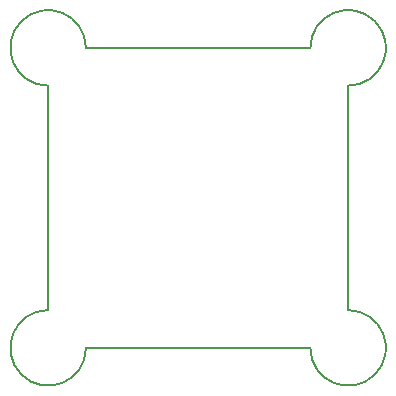
<source format=gbr>
G04 #@! TF.GenerationSoftware,KiCad,Pcbnew,(5.0.0)*
G04 #@! TF.CreationDate,2018-11-19T11:16:29+03:00*
G04 #@! TF.ProjectId,NeoP_6W,4E656F505F36572E6B696361645F7063,rev?*
G04 #@! TF.SameCoordinates,Original*
G04 #@! TF.FileFunction,Profile,NP*
%FSLAX46Y46*%
G04 Gerber Fmt 4.6, Leading zero omitted, Abs format (unit mm)*
G04 Created by KiCad (PCBNEW (5.0.0)) date 11/19/18 11:16:29*
%MOMM*%
%LPD*%
G01*
G04 APERTURE LIST*
%ADD10C,0.150000*%
G04 APERTURE END LIST*
D10*
X103200000Y-100000000D02*
G75*
G02X100000000Y-96800000I-3200000J0D01*
G01*
X125400000Y-96800000D02*
G75*
G02X122200000Y-100000000I0J-3200000D01*
G01*
X122200000Y-74600000D02*
G75*
G02X125400000Y-77800000I3200000J0D01*
G01*
X100000000Y-77800000D02*
G75*
G02X103200000Y-74600000I0J3200000D01*
G01*
X122200000Y-100000000D02*
X103200000Y-100000000D01*
X125400000Y-77800000D02*
X125400000Y-96800000D01*
X103200000Y-74600000D02*
X122200000Y-74600000D01*
X100000000Y-96800000D02*
X100000000Y-77800000D01*
M02*

</source>
